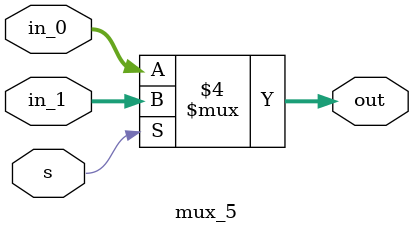
<source format=v>
`timescale 1ns / 1ps
module mux_5(
	input[4:0]in_0,in_1,
	input s,
	output reg[4:0]out
    );
	always@(in_0 or in_1 or s)
	begin
		if(s==0) out=in_0;
		else out=in_1;
	end

endmodule

</source>
